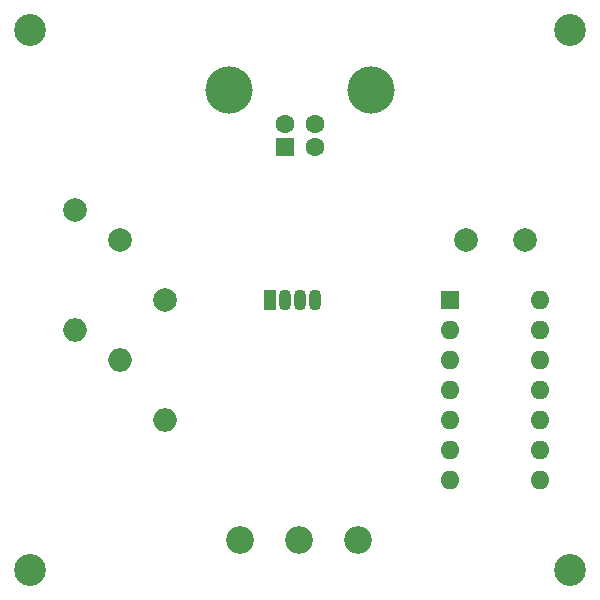
<source format=gbr>
G04 #@! TF.GenerationSoftware,KiCad,Pcbnew,(5.1.10)-1*
G04 #@! TF.CreationDate,2022-04-20T15:01:37+01:00*
G04 #@! TF.ProjectId,ATtinyRGBLamp,41547469-6e79-4524-9742-4c616d702e6b,rev?*
G04 #@! TF.SameCoordinates,Original*
G04 #@! TF.FileFunction,Soldermask,Top*
G04 #@! TF.FilePolarity,Negative*
%FSLAX46Y46*%
G04 Gerber Fmt 4.6, Leading zero omitted, Abs format (unit mm)*
G04 Created by KiCad (PCBNEW (5.1.10)-1) date 2022-04-20 15:01:37*
%MOMM*%
%LPD*%
G01*
G04 APERTURE LIST*
%ADD10C,2.340000*%
%ADD11C,4.000000*%
%ADD12C,1.600000*%
%ADD13R,1.600000X1.600000*%
%ADD14C,2.700000*%
%ADD15C,2.000000*%
%ADD16R,1.070000X1.800000*%
%ADD17O,1.070000X1.800000*%
%ADD18O,1.600000X1.600000*%
%ADD19O,2.000000X2.000000*%
G04 APERTURE END LIST*
D10*
G04 #@! TO.C,POT*
X144620000Y-83820000D03*
X139620000Y-83820000D03*
X134620000Y-83820000D03*
G04 #@! TD*
D11*
G04 #@! TO.C,USB*
X133680000Y-45720000D03*
X145680000Y-45720000D03*
D12*
X138430000Y-48580000D03*
X140930000Y-48580000D03*
X140930000Y-50580000D03*
D13*
X138430000Y-50580000D03*
G04 #@! TD*
D14*
G04 #@! TO.C,REF\u002A\u002A*
X116840000Y-86360000D03*
G04 #@! TD*
G04 #@! TO.C,REF\u002A\u002A*
X162560000Y-86360000D03*
G04 #@! TD*
G04 #@! TO.C,REF\u002A\u002A*
X162560000Y-40640000D03*
G04 #@! TD*
G04 #@! TO.C,REF\u002A\u002A*
X116840000Y-40640000D03*
G04 #@! TD*
D15*
G04 #@! TO.C,C1*
X158750000Y-58420000D03*
X153750000Y-58420000D03*
G04 #@! TD*
D16*
G04 #@! TO.C,D1*
X137160000Y-63500000D03*
D17*
X138430000Y-63500000D03*
X139700000Y-63500000D03*
X140970000Y-63500000D03*
G04 #@! TD*
D13*
G04 #@! TO.C,IC1*
X152400000Y-63500000D03*
D18*
X160020000Y-78740000D03*
X152400000Y-66040000D03*
X160020000Y-76200000D03*
X152400000Y-68580000D03*
X160020000Y-73660000D03*
X152400000Y-71120000D03*
X160020000Y-71120000D03*
X152400000Y-73660000D03*
X160020000Y-68580000D03*
X152400000Y-76200000D03*
X160020000Y-66040000D03*
X152400000Y-78740000D03*
X160020000Y-63500000D03*
G04 #@! TD*
D19*
G04 #@! TO.C,R1*
X128270000Y-73660000D03*
D15*
X128270000Y-63500000D03*
G04 #@! TD*
G04 #@! TO.C,R2*
X124460000Y-58420000D03*
D19*
X124460000Y-68580000D03*
G04 #@! TD*
D15*
G04 #@! TO.C,R3*
X120650000Y-55880000D03*
D19*
X120650000Y-66040000D03*
G04 #@! TD*
M02*

</source>
